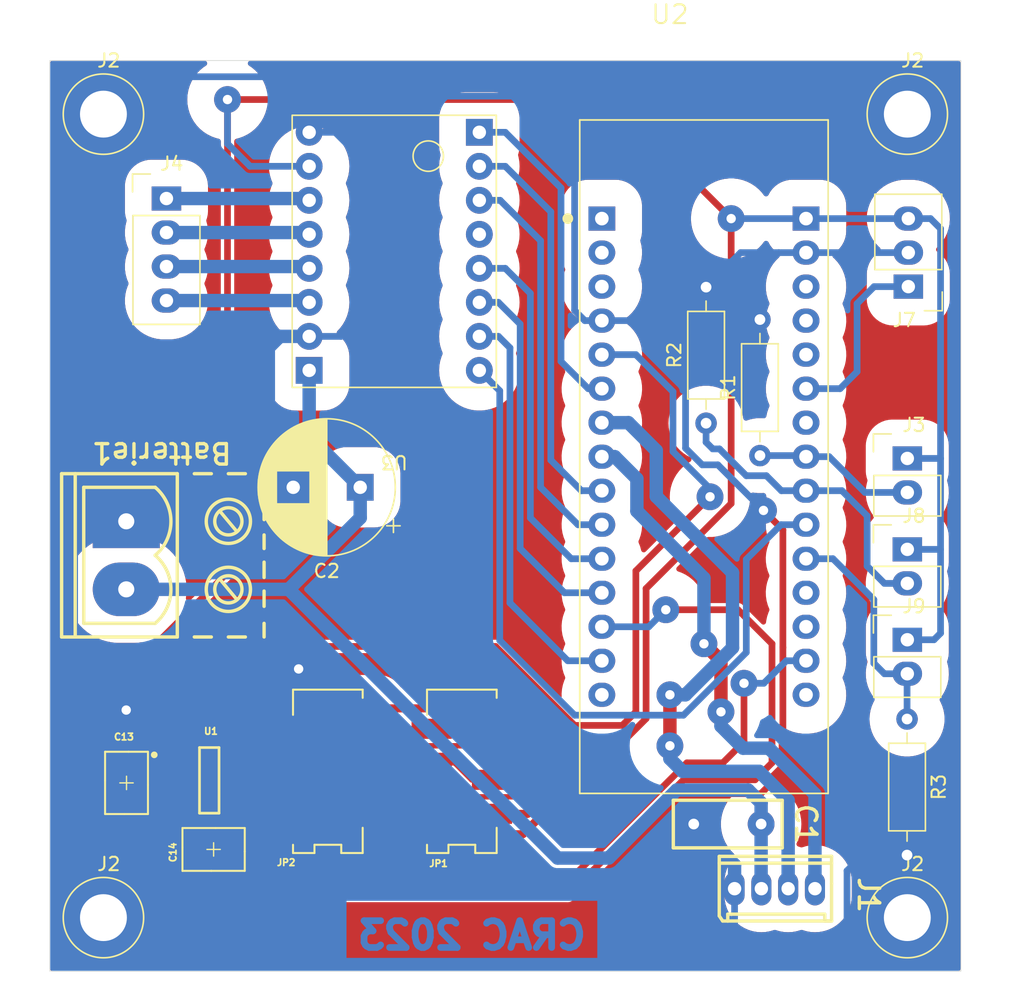
<source format=kicad_pcb>
(kicad_pcb (version 20221018) (generator pcbnew)
  (layers (0 "F.Cu" signal "Top Layer") (31 "B.Cu" signal "Bottom Layer") (34 "B.Paste" user "Bottom Paste") (35 "F.Paste" user "Top Paste") (36 "B.SilkS" user "Bottom Overlay") (37 "F.SilkS" user "Top Overlay") (38 "B.Mask" user "Bottom Solder") (39 "F.Mask" user "Top Solder") (44 "Edge.Cuts" user))
  (net 0 "")
  (net 1 "/Rx1")
  (net 2 "/Tx1")
  (net 3 "VCC")
  (net 4 "GND")
  (net 5 "+5")
  (net 6 "+3.3")
  (net 7 "/OUTA2")
  (net 8 "/OUTB1")
  (net 9 "/OUTA1")
  (net 10 "/OUTB2")
  (net 11 "/CAN_L")
  (net 12 "/CAN_H")
  (net 13 "/EN")
  (net 14 "/nSTBY")
  (net 15 "/M0")
  (net 16 "/M1")
  (net 17 "/M2")
  (net 18 "/STEP")
  (net 19 "/DIR")
  (net 20 "/TX_Can")
  (net 21 "/RX_Can")
  (net 23 "/PA5")
  (net 30 "/PA7")
  (net 31 "/PA4")
  (net 32 "/PA1")
  (footprint "micromatch 8P.PcbLib:MM 8 CMS F" (layer "F.Cu") (at 138.9811 128.923599 -90)
    (fp_text reference "JP1" (at 2.729992 0.250004 unlocked) (layer "F.SilkS") (effects (font (size 0.5 0.5)) (justify left bottom)))
    (fp_text value "Can_1" hide)
    (pad "1" smd rect (at 0 0 270) (size 1.5 3) (layers "F.Cu" "F.Paste" "F.Mask") (net 5 "+5"))
    (pad "2" smd rect (at -1.27 -4.500001 270) (size 1.5 3) (layers "F.Cu" "F.Paste" "F.Mask") (net 4 "GND"))
    (pad "3" smd rect (at -2.54 0 270) (size 1.5 3) (layers "F.Cu" "F.Paste" "F.Mask") (net 11 "/CAN_L"))
    (pad "4" smd rect (at -3.81 -4.500001 270) (size 1.5 3) (layers "F.Cu" "F.Paste" "F.Mask") (net 12 "/CAN_H"))
    (pad "5" smd rect (at -5.08 0 270) (size 1.5 3) (layers "F.Cu" "F.Paste" "F.Mask") (net 12 "/CAN_H"))
    (pad "6" smd rect (at -6.35 -4.500001 270) (size 1.5 3) (layers "F.Cu" "F.Paste" "F.Mask") (net 11 "/CAN_L"))
    (pad "7" smd rect (at -7.62 0 270) (size 1.499997 3) (layers "F.Cu" "F.Paste" "F.Mask") (net 4 "GND"))
    (pad "8" smd rect (at -8.89 -4.500001 270) (size 1.499997 3) (layers "F.Cu" "F.Paste" "F.Mask") (net 5 "+5"))
  )
  (footprint "FootprintCRAC:MODULE_NUCLEO-F303K8" (layer "F.Cu") (at 159.3011 100.983599)
    (fp_text reference "U2" (at -2.54 -33.02) (layer "F.SilkS") (effects (font (size 1.402378 1.402378))))
    (fp_text value "NUCLEO-F303K8")
    (pad "3_1" thru_hole rect locked (at -7.62 -17.78) (size 2 1.8) (drill 1.02) (layers "*.Cu" "*.Mask"))
    (pad "3_2" thru_hole oval locked (at -7.62 -15.24) (size 2 1.8) (drill 1.02) (layers "*.Cu" "*.Mask"))
    (pad "3_3" thru_hole oval locked (at -7.62 -12.7) (size 2 1.8) (drill 1.02) (layers "*.Cu" "*.Mask"))
    (pad "3_4" thru_hole oval locked (at -7.62 -10.16) (size 2 1.8) (drill 1.02) (layers "*.Cu" "*.Mask") (net 4 "GND"))
    (pad "3_5" thru_hole oval locked (at -7.62 -7.62) (size 2 1.8) (drill 1.02) (layers "*.Cu" "*.Mask") (net 20 "/TX_Can"))
    (pad "3_6" thru_hole oval locked (at -7.62 -5.08) (size 2 1.8) (drill 1.02) (layers "*.Cu" "*.Mask") (net 19 "/DIR"))
    (pad "3_7" thru_hole oval locked (at -7.62 -2.54) (size 2 1.8) (drill 1.02) (layers "*.Cu" "*.Mask") (net 1 "/Rx1"))
    (pad "3_8" thru_hole oval locked (at -7.62 0) (size 2 1.8) (drill 1.02) (layers "*.Cu" "*.Mask") (net 2 "/Tx1"))
    (pad "3_9" thru_hole oval locked (at -7.62 2.54) (size 2 1.8) (drill 1.02) (layers "*.Cu" "*.Mask") (net 18 "/STEP"))
    (pad "3_10" thru_hole oval locked (at -7.62 5.08) (size 2 1.8) (drill 1.02) (layers "*.Cu" "*.Mask") (net 14 "/nSTBY"))
    (pad "3_11" thru_hole oval locked (at -7.62 7.62) (size 2 1.8) (drill 1.02) (layers "*.Cu" "*.Mask") (net 17 "/M2"))
    (pad "3_12" thru_hole oval locked (at -7.62 10.16) (size 2 1.8) (drill 1.02) (layers "*.Cu" "*.Mask") (net 16 "/M1"))
    (pad "3_13" thru_hole oval locked (at -7.62 12.7) (size 2 1.8) (drill 1.02) (layers "*.Cu" "*.Mask") (net 21 "/RX_Can"))
    (pad "3_14" thru_hole oval locked (at -7.62 15.24) (size 2 1.8) (drill 1.02) (layers "*.Cu" "*.Mask") (net 15 "/M0"))
    (pad "3_15" thru_hole oval locked (at -7.62 17.78) (size 2 1.8) (drill 1.02) (layers "*.Cu" "*.Mask"))
    (pad "4_1" thru_hole rect locked (at 7.62 -17.78) (size 2 1.8) (drill 1.02) (layers "*.Cu" "*.Mask") (net 5 "+5"))
    (pad "4_2" thru_hole oval locked (at 7.62 -15.24) (size 2 1.8) (drill 1.02) (layers "*.Cu" "*.Mask") (net 4 "GND"))
    (pad "4_3" thru_hole oval locked (at 7.62 -12.7) (size 2 1.8) (drill 1.02) (layers "*.Cu" "*.Mask"))
    (pad "4_4" thru_hole oval locked (at 7.62 -10.16) (size 2 1.8) (drill 1.02) (layers "*.Cu" "*.Mask"))
    (pad "4_5" thru_hole oval locked (at 7.62 -7.62) (size 2 1.8) (drill 1.02) (layers "*.Cu" "*.Mask"))
    (pad "4_6" thru_hole oval locked (at 7.62 -5.08) (size 2 1.8) (drill 1.02) (layers "*.Cu" "*.Mask") (net 30 "/PA7"))
    (pad "4_7" thru_hole oval locked (at 7.62 -2.54) (size 2 1.8) (drill 1.02) (layers "*.Cu" "*.Mask"))
    (pad "4_8" thru_hole oval locked (at 7.62 0) (size 2 1.8) (drill 1.02) (layers "*.Cu" "*.Mask") (net 23 "/PA5"))
    (pad "4_9" thru_hole oval locked (at 7.62 2.54) (size 2 1.8) (drill 1.02) (layers "*.Cu" "*.Mask") (net 31 "/PA4"))
    (pad "4_10" thru_hole oval locked (at 7.62 5.08) (size 2 1.8) (drill 1.02) (layers "*.Cu" "*.Mask") (net 13 "/EN"))
    (pad "4_11" thru_hole oval locked (at 7.62 7.62) (size 2 1.8) (drill 1.02) (layers "*.Cu" "*.Mask") (net 32 "/PA1"))
    (pad "4_12" thru_hole oval locked (at 7.62 10.16) (size 2 1.8) (drill 1.02) (layers "*.Cu" "*.Mask"))
    (pad "4_13" thru_hole oval locked (at 7.62 12.7) (size 2 1.8) (drill 1.02) (layers "*.Cu" "*.Mask"))
    (pad "4_14" thru_hole oval locked (at 7.62 15.24) (size 2 1.8) (drill 1.02) (layers "*.Cu" "*.Mask") (net 6 "+3.3"))
    (pad "4_15" thru_hole oval locked (at 7.62 17.78) (size 2 1.8) (drill 1.02) (layers "*.Cu" "*.Mask"))
  )
  (footprint "Gamel_Trophy_v4re1.IntLib:CAPA_2" (layer "F.Cu") (at 158.5391 128.415599)
    (fp_text reference "C1" (at 7.480299 -1.6637 -90 unlocked) (layer "F.SilkS") (effects (font (size 1.524 1.524) (thickness 0.254)) (justify left bottom)))
    (fp_text value "Cap" hide)
    (pad "1" thru_hole circle (at 0 0) (size 2 2) (drill 0.8) (layers "*.Cu" "*.Mask") (net 4 "GND"))
    (pad "2" thru_hole circle (at 5.029199 0) (size 2 2) (drill 0.8) (layers "*.Cu" "*.Mask") (net 3 "VCC"))
  )
  (footprint "FootprintGamelGe2_v6:Autocom2" (layer "F.Cu") (at 174.4811 101.113599)
    (fp_text reference "J3" (at 0.5 -2.5) (layer "F.SilkS"))
    (fp_text value "Contact_gateau")
    (pad "1" thru_hole rect (at 0 0) (size 2.2 1.8) (drill 1) (layers "*.Cu" "*.Mask") (net 5 "+5"))
    (pad "2" thru_hole oval (at 0 2.54) (size 2.2 1.8) (drill 1) (layers "*.Cu" "*.Mask") (net 23 "/PA5"))
  )
  (footprint "FootprintGamelGe2_v6:R_Axial_DIN0207_L6.3mm_D2.5mm_P10.16mm_Horizontal" (layer "F.Cu") (at 163.4811 100.903599 90)
    (fp_text reference "R1" (at 5.08 -2.37 90) (layer "F.SilkS"))
    (fp_text value "10k")
    (pad "1" thru_hole circle (at 0 0 90) (size 1.6 1.6) (drill 0.8) (layers "*.Cu" "*.Mask") (net 23 "/PA5"))
    (pad "2" thru_hole oval (at 10.16 0 90) (size 1.6 1.6) (drill 0.8) (layers "*.Cu" "*.Mask") (net 4 "GND"))
  )
  (footprint "Gamel_Trophy_v4re1.IntLib:1210-C" (layer "F.Cu") (at 116.203898 123.843599 -90)
    (fp_text reference "C13" (at -1.643006 1 unlocked) (layer "F.SilkS") (effects (font (size 0.5 0.5)) (justify left bottom)))
    (fp_text value "100nF" hide)
    (pad "1" smd rect (at 0 0 270) (size 1.15 2.7) (layers "F.Cu" "F.Paste" "F.Mask") (net 4 "GND"))
    (pad "2" smd rect (at 2.999997 0 270) (size 1.15 2.7) (layers "F.Cu" "F.Paste" "F.Mask") (net 5 "+5"))
  )
  (footprint "FootprintGamelGe2_v6:Mounting_Screw_3mm" (layer "F.Cu") (at 114.4811 75.403599)
    (fp_text reference "J2" (at 0.4 -4) (layer "F.SilkS"))
    (fp_text value "Mounting_Screw_3mm")
    (pad "2" thru_hole circle (at 0 0) (size 5.5 5.5) (drill 3.5) (layers "*.Cu" "*.Mask") (net 4 "GND"))
  )
  (footprint "FootprintGamelGe2_v6:Autocom3" (layer "F.Cu") (at 174.5561 88.283599 180)
    (fp_text reference "J7" (at 0.3 -2.5) (layer "F.SilkS"))
    (fp_text value "PoseCerise")
    (pad "1" thru_hole rect (at 0 0 180) (size 2.2 1.8) (drill 1) (layers "*.Cu" "*.Mask") (net 30 "/PA7"))
    (pad "2" thru_hole oval (at 0 2.54 180) (size 2.2 1.8) (drill 1) (layers "*.Cu" "*.Mask") (net 4 "GND"))
    (pad "3" thru_hole oval (at 0 5.08 180) (size 2.2 1.8) (drill 1) (layers "*.Cu" "*.Mask") (net 5 "+5"))
  )
  (footprint "C:_ProgramData_Altium_Altium Designer {91CCA5E7-F8A9-4A8E-AA86-1D88F44FA42C}_VaultsFileCache_B7D15EC3-160A-466F-A46C-7801FE6295A7_FB88017A-93AF-48E0-A4ED-AC0901C9B691_Released_FP-C04-057-SN-IPC_A.PcbLib_FP-C04-057-SN-IPC_A" (layer "F.Cu") (at 122.379696 125.153391)
    (fp_text reference "U1" (at -0.4572 -3.3782 unlocked) (layer "F.SilkS") (effects (font (size 0.5 0.5)) (justify left bottom)))
    (fp_text value "MCP2562FDT-E/SN" hide)
    (pad "1" smd rect (at -2.417532 -1.905) (size 2.377069 0.622132) (layers "F.Cu" "F.Paste" "F.Mask") (net 20 "/TX_Can"))
    (pad "2" smd roundrect (at -2.417532 -0.635) (size 2.377069 0.622132) (layers "F.Cu" "F.Paste" "F.Mask") (roundrect_rratio 0.5) (net 4 "GND"))
    (pad "3" smd roundrect (at -2.417532 0.635) (size 2.377069 0.622132) (layers "F.Cu" "F.Paste" "F.Mask") (roundrect_rratio 0.5) (net 5 "+5"))
    (pad "4" smd roundrect (at -2.417532 1.905) (size 2.377069 0.622132) (layers "F.Cu" "F.Paste" "F.Mask") (roundrect_rratio 0.5) (net 21 "/RX_Can"))
    (pad "5" smd roundrect (at 2.417531 1.905) (size 2.377069 0.622132) (layers "F.Cu" "F.Paste" "F.Mask") (roundrect_rratio 0.5) (net 6 "+3.3"))
    (pad "6" smd roundrect (at 2.417531 0.635) (size 2.377069 0.622132) (layers "F.Cu" "F.Paste" "F.Mask") (roundrect_rratio 0.5) (net 11 "/CAN_L"))
    (pad "7" smd roundrect (at 2.417531 -0.635) (size 2.377069 0.622132) (layers "F.Cu" "F.Paste" "F.Mask") (roundrect_rratio 0.5) (net 12 "/CAN_H"))
    (pad "8" smd roundrect (at 2.417531 -1.905) (size 2.377069 0.622132) (layers "F.Cu" "F.Paste" "F.Mask") (roundrect_rratio 0.5) (net 4 "GND"))
  )
  (footprint "FootprintGamelGe2_v6:Autocom4" (layer "F.Cu") (at 119.1841 81.704599)
    (fp_text reference "J4" (at 0.4 -2.6) (layer "F.SilkS"))
    (fp_text value "Moteur")
    (pad "1" thru_hole rect (at 0 0) (size 2.2 1.8) (drill 1) (layers "*.Cu" "*.Mask") (net 9 "/OUTA1"))
    (pad "2" thru_hole oval (at 0 2.54) (size 2.2 1.8) (drill 1) (layers "*.Cu" "*.Mask") (net 7 "/OUTA2"))
    (pad "3" thru_hole oval (at 0 5.08) (size 2.2 1.8) (drill 1) (layers "*.Cu" "*.Mask") (net 10 "/OUTB2"))
    (pad "4" thru_hole oval (at 0 7.62) (size 2.2 1.8) (drill 1) (layers "*.Cu" "*.Mask") (net 8 "/OUTB1"))
  )
  (footprint "Gamel_Trophy_v4re1.IntLib:ENTRELEC 2 PTS" (layer "F.Cu") (at 116.1846 105.809599 -90)
    (fp_text reference "Batterie1" (at -6.000002 -8 -180 unlocked) (layer "F.SilkS") (effects (font (size 1.524 1.524) (thickness 0.254)) (justify left bottom)))
    (fp_text value "Connecteur alim 2 pts" hide)
    (pad "1" thru_hole rect (at 0 0 270) (size 4 5) (drill 1.2) (layers "*.Cu" "*.Mask") (net 4 "GND"))
    (pad "2" thru_hole oval (at 5.08 0 270) (size 4 5) (drill 1.2) (layers "*.Cu" "*.Mask") (net 3 "VCC"))
  )
  (footprint "FootprintGamelGe2_v6:R_Axial_DIN0207_L6.3mm_D2.5mm_P10.16mm_Horizontal" (layer "F.Cu") (at 174.4611 120.573599 -90)
    (fp_text reference "R3" (at 5.08 -2.37 90) (layer "F.SilkS"))
    (fp_text value "10k")
    (pad "1" thru_hole circle (at 0 0 270) (size 1.6 1.6) (drill 0.8) (layers "*.Cu" "*.Mask") (net 32 "/PA1"))
    (pad "2" thru_hole oval (at 10.16 0 270) (size 1.6 1.6) (drill 0.8) (layers "*.Cu" "*.Mask") (net 4 "GND"))
  )
  (footprint "micromatch 8P.PcbLib:MM 8 CMS F" (layer "F.Cu") (at 128.9811 128.923599 -90)
    (fp_text reference "JP2" (at 2.655992 1.623004 unlocked) (layer "F.SilkS") (effects (font (size 0.5 0.5)) (justify left bottom)))
    (fp_text value "Can_2" hide)
    (pad "1" smd rect (at 0 0 270) (size 1.5 3) (layers "F.Cu" "F.Paste" "F.Mask") (net 5 "+5"))
    (pad "2" smd rect (at -1.27 -4.500001 270) (size 1.5 3) (layers "F.Cu" "F.Paste" "F.Mask") (net 4 "GND"))
    (pad "3" smd rect (at -2.54 0 270) (size 1.5 3) (layers "F.Cu" "F.Paste" "F.Mask") (net 11 "/CAN_L"))
    (pad "4" smd rect (at -3.81 -4.500001 270) (size 1.5 3) (layers "F.Cu" "F.Paste" "F.Mask") (net 12 "/CAN_H"))
    (pad "5" smd rect (at -5.08 0 270) (size 1.5 3) (layers "F.Cu" "F.Paste" "F.Mask") (net 12 "/CAN_H"))
    (pad "6" smd rect (at -6.35 -4.500001 270) (size 1.5 3) (layers "F.Cu" "F.Paste" "F.Mask") (net 11 "/CAN_L"))
    (pad "7" smd rect (at -7.62 0 270) (size 1.499997 3) (layers "F.Cu" "F.Paste" "F.Mask") (net 4 "GND"))
    (pad "8" smd rect (at -8.89 -4.500001 270) (size 1.499997 3) (layers "F.Cu" "F.Paste" "F.Mask") (net 5 "+5"))
  )
  (footprint "FootprintGamelGe2_v6:Autocom2" (layer "F.Cu") (at 174.4811 107.903599)
    (fp_text reference "J8" (at 0.5 -2.5) (layer "F.SilkS"))
    (fp_text value "fdc_ascenseur")
    (pad "1" thru_hole rect (at 0 0) (size 2.2 1.8) (drill 1) (layers "*.Cu" "*.Mask") (net 5 "+5"))
    (pad "2" thru_hole oval (at 0 2.54) (size 2.2 1.8) (drill 1) (layers "*.Cu" "*.Mask") (net 31 "/PA4"))
  )
  (footprint "FootprintGamelGe2_v6:Autocom2" (layer "F.Cu") (at 174.4811 114.653599)
    (fp_text reference "J9" (at 0.5 -2.5) (layer "F.SilkS"))
    (fp_text value "Au cas où")
    (pad "1" thru_hole rect (at 0 0) (size 2.2 1.8) (drill 1) (layers "*.Cu" "*.Mask") (net 5 "+5"))
    (pad "2" thru_hole oval (at 0 2.54) (size 2.2 1.8) (drill 1) (layers "*.Cu" "*.Mask") (net 32 "/PA1"))
  )
  (footprint "FootprintGamelGe2_v6:CP_Radial_D10.0mm_P5.00mm" (layer "F.Cu") (at 133.6471 103.269599 180)
    (fp_text reference "C2" (at 2.5 -6.25) (layer "F.SilkS"))
    (fp_text value "100u")
    (pad "1" thru_hole rect (at 0 0 180) (size 2 2) (drill 1) (layers "*.Cu" "*.Mask") (net 3 "VCC"))
    (pad "2" thru_hole circle (at 5 0 180) (size 2 2) (drill 1) (layers "*.Cu" "*.Mask") (net 4 "GND"))
  )
  (footprint "Gamel_Trophy_v4re1.IntLib:AUTOCOM4" (layer "F.Cu") (at 161.5871 133.241599 180)
    (fp_text reference "J1" (at -9.112202 1 270 unlocked) (layer "F.SilkS") (effects (font (size 1.524 1.524) (thickness 0.254)) (justify left bottom)))
    (fp_text value "Herkulex1" hide)
    (pad "1" thru_hole oval (at 0 0 180) (size 1.5 2.5) (drill 1) (layers "*.Cu" "*.Mask") (net 4 "GND"))
    (pad "2" thru_hole oval (at -2.000002 0 180) (size 1.5 2.5) (drill 1) (layers "*.Cu" "*.Mask") (net 3 "VCC"))
    (pad "3" thru_hole oval (at -4 0 180) (size 1.5 2.5) (drill 1) (layers "*.Cu" "*.Mask") (net 1 "/Rx1"))
    (pad "4" thru_hole oval (at -6.000002 0 180) (size 1.5 2.5) (drill 1) (layers "*.Cu" "*.Mask") (net 2 "/Tx1"))
  )
  (footprint "FootprintGamelGe2_v6:R_Axial_DIN0207_L6.3mm_D2.5mm_P10.16mm_Horizontal" (layer "F.Cu") (at 159.4611 98.483599 90)
    (fp_text reference "R2" (at 5.08 -2.37 90) (layer "F.SilkS"))
    (fp_text value "10k")
    (pad "1" thru_hole circle (at 0 0 90) (size 1.6 1.6) (drill 0.8) (layers "*.Cu" "*.Mask") (net 31 "/PA4"))
    (pad "2" thru_hole oval (at 10.16 0 90) (size 1.6 1.6) (drill 0.8) (layers "*.Cu" "*.Mask") (net 4 "GND"))
  )
  (footprint "FootprintGamelGe2_v6:Mounting_Screw_3mm" (layer "F.Cu") (at 174.4811 135.403599)
    (fp_text reference "J2" (at 0.4 -4) (layer "F.SilkS"))
    (fp_text value "Mounting_Screw_3mm")
    (pad "4" thru_hole circle (at 0 0) (size 5.5 5.5) (drill 3.5) (layers "*.Cu" "*.Mask") (net 4 "GND"))
  )
  (footprint "FootprintGamelGe2_v6:Mounting_Screw_3mm" (layer "F.Cu") (at 114.4811 135.403599)
    (fp_text reference "J2" (at 0.4 -4) (layer "F.SilkS"))
    (fp_text value "Mounting_Screw_3mm")
    (pad "3" thru_hole circle (at 0 0) (size 5.5 5.5) (drill 3.5) (layers "*.Cu" "*.Mask") (net 4 "GND"))
  )
  (footprint "Gamel_Trophy_v4re1.IntLib:1210-C" (layer "F.Cu") (at 121.203902 130.311392)
    (fp_text reference "C14" (at -1.241738 1.029199 90 unlocked) (layer "F.SilkS") (effects (font (size 0.5 0.5)) (justify left bottom)))
    (fp_text value "100nF" hide)
    (pad "1" smd rect (at 0 0) (size 1.15 2.7) (layers "F.Cu" "F.Paste" "F.Mask") (net 4 "GND"))
    (pad "2" smd rect (at 2.999996 0) (size 1.15 2.7) (layers "F.Cu" "F.Paste" "F.Mask") (net 6 "+3.3"))
  )
  (footprint "FootprintGamelGe2_v6:Mounting_Screw_3mm" (layer "F.Cu") (at 174.4811 75.403599)
    (fp_text reference "J2" (at 0.4 -4) (layer "F.SilkS"))
    (fp_text value "Mounting_Screw_3mm")
    (pad "1" thru_hole circle (at 0 0) (size 5.5 5.5) (drill 3.5) (layers "*.Cu" "*.Mask") (net 4 "GND"))
  )
  (footprint "FootprintCRAC:EVALSP820-XS" (layer "F.Cu") (at 136.1871 100.888599 180)
    (fp_text reference "U3" (at 0 -0.5 180 unlocked) (layer "F.SilkS"))
    (fp_text value "EVALSP820-XS")
    (pad "1" thru_hole rect (at -6.35 24.13 180) (size 2 2) (drill 1) (layers "*.Cu" "*.Mask") (net 19 "/DIR"))
    (pad "2" thru_hole circle (at -6.35 21.59 180) (size 2 2) (drill 1) (layers "*.Cu" "*.Mask") (net 18 "/STEP"))
    (pad "3" thru_hole circle (at -6.35 19.05 180) (size 2 2) (drill 1) (layers "*.Cu" "*.Mask") (net 14 "/nSTBY"))
    (pad "4" thru_hole circle (at -6.35 16.51 180) (size 2 2) (drill 1) (layers "*.Cu" "*.Mask"))
    (pad "5" thru_hole circle (at -6.35 13.97 180) (size 2 2) (drill 1) (layers "*.Cu" "*.Mask") (net 17 "/M2"))
    (pad "6" thru_hole circle (at -6.35 11.43 180) (size 2 2) (drill 1) (layers "*.Cu" "*.Mask") (net 16 "/M1"))
    (pad "7" thru_hole circle (at -6.35 8.89 180) (size 2 2) (drill 1) (layers "*.Cu" "*.Mask") (net 15 "/M0"))
    (pad "8" thru_hole circle (at -6.35 6.35 180) (size 2 2) (drill 1) (layers "*.Cu" "*.Mask") (net 13 "/EN"))
    (pad "9" thru_hole rect (at 6.35 6.35 180) (size 2 2) (drill 1) (layers "*.Cu" "*.Mask") (net 3 "VCC"))
    (pad "10" thru_hole circle (at 6.35 8.89 180) (size 2 2) (drill 1) (layers "*.Cu" "*.Mask") (net 4 "GND"))
    (pad "11" thru_hole circle (at 6.35 11.43 180) (size 2 2) (drill 1) (layers "*.Cu" "*.Mask") (net 8 "/OUTB1"))
    (pad "12" thru_hole circle (at 6.35 13.97 180) (size 2 2) (drill 1) (layers "*.Cu" "*.Mask") (net 10 "/OUTB2"))
    (pad "13" thru_hole circle (at 6.35 16.51 180) (size 2 2) (drill 1) (layers "*.Cu" "*.Mask") (net 7 "/OUTA2"))
    (pad "14" thru_hole circle (at 6.35 19.05 180) (size 2 2) (drill 1) (layers "*.Cu" "*.Mask") (net 9 "/OUTA1"))
    (pad "15" thru_hole circle (at 6.35 21.59 180) (size 2 2) (drill 1) (layers "*.Cu" "*.Mask") (net 5 "+5"))
    (pad "16" thru_hole circle (at 6.35 24.13 180) (size 2 2) (drill 1) (layers "*.Cu" "*.Mask") (net 4 "GND"))
  )
  (gr_rect (start 110.4811 71.403599) (end 178.4811 139.403599) (stroke (width 0.05)) (fill none) (layer "Edge.Cuts"))
  (gr_text "CRAC 2023" (at 141.9811 137.903599) (layer "B.Cu") (effects (font (size 2 2) (thickness 0.5)) (justify bottom mirror)))
  (segment (start 156.7611 122.573599) (end 156.7611 118.763599) (width 1) (layer "F.Cu") (net 1))
  (via (at 156.7611 118.763599) (size 2) (drill 0.7) (layers "F.Cu" "B.Cu") (net 1))
  (via (at 156.7611 122.573599) (size 2) (drill 0.7) (layers "F.Cu" "B.Cu") (net 1))
  (segment (start 156.7611 118.763599) (end 157.923548 118.763599) (width 1) (layer "B.Cu") (net 1))
  (segment (start 157.7009 124.478599) (end 156.7611 123.538799) (width 1) (layer "B.Cu") (net 1))
  (segment (start 161.4347 109.644999) (end 155.7451 103.955399) (width 1) (layer "B.Cu") (net 1))
  (segment (start 165.5871 133.241599) (end 165.5871 126.649799) (width 1) (layer "B.Cu") (net 1))
  (segment (start 163.4159 124.478599) (end 157.7009 124.478599) (width 1) (layer "B.Cu") (net 1))
  (segment (start 155.7451 103.955399) (end 155.7451 100.526399) (width 1) (layer "B.Cu") (net 1))
  (segment (start 165.5871 126.649799) (end 163.4159 124.478599) (width 1) (layer "B.Cu") (net 1))
  (segment (start 157.923548 118.763599) (end 161.4347 115.252447) (width 1) (layer "B.Cu") (net 1))
  (segment (start 155.7451 100.526399) (end 153.6623 98.443599) (width 1) (layer "B.Cu") (net 1))
  (segment (start 153.6623 98.443599) (end 151.6811 98.443599) (width 1) (layer "B.Cu") (net 1))
  (segment (start 161.4347 115.252447) (end 161.4347 109.644999) (width 1) (layer "B.Cu") (net 1))
  (segment (start 156.7611 123.538799) (end 156.7611 122.573599) (width 1) (layer "B.Cu") (net 1))
  (segment (start 160.5711 116.223599) (end 159.3011 114.953599) (width 1) (layer "F.Cu") (net 2))
  (segment (start 160.5711 120.033599) (end 160.5711 116.223599) (width 1) (layer "F.Cu") (net 2))
  (via (at 160.5711 120.033599) (size 2) (drill 0.7) (layers "F.Cu" "B.Cu") (net 2))
  (via (at 159.3011 114.953599) (size 2) (drill 0.7) (layers "F.Cu" "B.Cu") (net 2))
  (segment (start 154.2973 102.634599) (end 152.6463 100.983599) (width 1) (layer "B.Cu") (net 2))
  (segment (start 162.2221 122.751399) (end 160.5711 121.100399) (width 1) (layer "B.Cu") (net 2))
  (segment (start 160.5711 121.100399) (end 160.5711 120.033599) (width 1) (layer "B.Cu") (net 2))
  (segment (start 164.1525 122.751399) (end 162.2221 122.751399) (width 1) (layer "B.Cu") (net 2))
  (segment (start 167.587102 126.186001) (end 164.1525 122.751399) (width 1) (layer "B.Cu") (net 2))
  (segment (start 154.2973 105.047599) (end 154.2973 102.634599) (width 1) (layer "B.Cu") (net 2))
  (segment (start 159.3011 110.051399) (end 154.2973 105.047599) (width 1) (layer "B.Cu") (net 2))
  (segment (start 167.587102 133.241599) (end 167.587102 126.186001) (width 1) (layer "B.Cu") (net 2))
  (segment (start 152.6463 100.983599) (end 151.6811 100.983599) (width 1) (layer "B.Cu") (net 2))
  (segment (start 159.3011 114.953599) (end 159.3011 110.051399) (width 1) (layer "B.Cu") (net 2))
  (segment (start 148.3791 130.955599) (end 128.3131 110.889599) (width 1) (layer "B.Cu") (net 3))
  (segment (start 129.8371 94.538599) (end 129.8371 99.459599) (width 1) (layer "B.Cu") (net 3))
  (segment (start 129.8371 99.459599) (end 133.6471 103.269599) (width 1) (layer "B.Cu") (net 3))
  (segment (start 163.568299 128.415599) (end 163.568299 126.840798) (width 1) (layer "B.Cu") (net 3))
  (segment (start 163.568299 128.415599) (end 163.568299 133.222796) (width 1) (layer "B.Cu") (net 3))
  (segment (start 152.1891 130.955599) (end 148.3791 130.955599) (width 1) (layer "B.Cu") (net 3))
  (segment (start 157.2691 125.875599) (end 152.1891 130.955599) (width 1) (layer "B.Cu") (net 3))
  (segment (start 163.568299 126.840798) (end 162.6031 125.875599) (width 1) (layer "B.Cu") (net 3))
  (segment (start 162.6031 125.875599) (end 157.2691 125.875599) (width 1) (layer "B.Cu") (net 3))
  (segment (start 133.6471 105.555599) (end 128.3131 110.889599) (width 1) (layer "B.Cu") (net 3))
  (segment (start 128.3131 110.889599) (end 116.1846 110.889599) (width 1) (layer "B.Cu") (net 3))
  (segment (start 133.6471 103.269599) (end 133.6471 105.555599) (width 1) (layer "B.Cu") (net 3))
  (segment (start 163.568299 133.222796) (end 163.587102 133.241599) (width 1) (layer "B.Cu") (net 3))
  (segment (start 128.9811 121.303599) (end 138.9811 121.303599) (width 0.4) (layer "F.Cu") (net 4))
  (segment (start 123.2839 121.303599) (end 124.797227 121.303599) (width 0.6) (layer "F.Cu") (net 4))
  (segment (start 165.1939 122.217999) (end 165.1939 124.503999) (width 0.5) (layer "F.Cu") (net 4))
  (segment (start 122.293097 124.340591) (end 122.293097 122.294402) (width 0.6) (layer "F.Cu") (net 4))
  (segment (start 121.203902 130.311392) (end 121.203902 128.71139) (width 0.6) (layer "F.Cu") (net 4))
  (segment (start 124.797227 123.248391) (end 124.797227 121.303599) (width 0.6) (layer "F.Cu") (net 4))
  (segment (start 128.9811 121.303599) (end 128.9811 116.901799) (width 0.4) (layer "F.Cu") (net 4))
  (segment (start 162.2221 126.154999) (end 158.9455 126.154999) (width 0.5) (layer "F.Cu") (net 4))
  (segment (start 165.1939 124.503999) (end 164.5589 125.138999) (width 0.5) (layer "F.Cu") (net 4))
  (segment (start 128.9811 116.901799) (end 129.0497 116.833199) (width 0.4) (layer "F.Cu") (net 4))
  (segment (start 122.293097 127.622195) (end 122.293097 124.340591) (width 0.6) (layer "F.Cu") (net 4))
  (segment (start 165.1939 106.444599) (end 165.1939 115.232999) (width 0.5) (layer "F.Cu") (net 4))
  (segment (start 122.293097 122.294402) (end 123.2839 121.303599) (width 0.6) (layer "F.Cu") (net 4))
  (segment (start 146.143087 127.653599) (end 147.093896 126.702791) (width 0.6) (layer "F.Cu") (net 4))
  (segment (start 138.9811 121.303599) (end 146.622304 121.303599) (width 0.4) (layer "F.Cu") (net 4))
  (segment (start 119.962164 124.518391) (end 122.115297 124.518391) (width 0.6) (layer "F.Cu") (net 4))
  (segment (start 116.1811 123.820801) (end 116.203898 123.843599) (width 1) (layer "F.Cu") (net 4))
  (segment (start 124.797227 121.303599) (end 128.9811 121.303599) (width 0.6) (layer "F.Cu") (net 4))
  (segment (start 163.5429 126.154999) (end 162.2221 126.154999) (width 0.5) (layer "F.Cu") (net 4))
  (segment (start 147.093896 126.702791) (end 147.093896 121.775191) (width 0.6) (layer "F.Cu") (net 4))
  (segment (start 163.7461 104.996799) (end 165.1939 106.444599) (width 0.5) (layer "F.Cu") (net 4))
  (segment (start 165.1939 115.232999) (end 165.1939 122.217999) (width 0.5) (layer "F.Cu") (net 4))
  (segment (start 121.203902 128.71139) (end 122.293097 127.622195) (width 0.6) (layer "F.Cu") (net 4))
  (segment (start 143.481101 127.653599) (end 146.143087 127.653599) (width 0.6) (layer "F.Cu") (net 4))
  (segment (start 122.115297 124.518391) (end 122.293097 124.340591) (width 0.6) (layer "F.Cu") (net 4))
  (segment (start 116.1811 119.903599) (end 116.1811 123.820801) (width 1) (layer "F.Cu") (net 4))
  (segment (start 158.5391 126.561399) (end 158.5391 128.415599) (width 0.5) (layer "F.Cu") (net 4))
  (segment (start 164.5589 125.138999) (end 163.5429 126.154999) (width 0.5) (layer "F.Cu") (net 4))
  (segment (start 136.181096 127.653599) (end 143.481101 127.653599) (width 0.4) (layer "F.Cu") (net 4))
  (segment (start 146.622304 121.303599) (end 147.093896 121.775191) (width 0.6) (layer "F.Cu") (net 4))
  (segment (start 119.962164 124.518391) (end 116.87869 124.518391) (width 0.6) (layer "F.Cu") (net 4))
  (segment (start 133.481101 127.653599) (end 136.156094 127.653599) (width 0.4) (layer "F.Cu") (net 4))
  (segment (start 116.87869 124.518391) (end 116.203898 123.843599) (width 0.6) (layer "F.Cu") (net 4))
  (segment (start 158.9455 126.154999) (end 158.5391 126.561399) (width 0.5) (layer "F.Cu") (net 4))
  (via (at 129.0497 116.833199) (size 2) (drill 0.7) (layers "F.Cu" "B.Cu") (net 4))
  (via (at 163.7461 104.996799) (size 2) (drill 0.7) (layers "F.Cu" "B.Cu") (net 4))
  (via (at 116.1811 119.903599) (size 2) (drill 0.7) (layers "F.Cu" "B.Cu") (net 4))
  (segment (start 160.3425 101.593199) (end 163.7461 104.996799) (width 0.5) (layer "B.Cu") (net 4))
  (segment (start 164.8891 85.743599) (end 166.9211 85.743599) (width 0.5) (layer "B.Cu") (net 4))
  (segment (start 157.9295 95.293999) (end 157.9295 100.348599) (width 0.5) (layer "B.Cu") (net 4))
  (segment (start 161.5871 133.241599) (end 161.5871 131.463599) (width 1) (layer "B.Cu") (net 4))
  (segment (start 163.4811 87.151599) (end 164.8891 85.743599) (width 0.5) (layer "B.Cu") (net 4))
  (segment (start 129.8371 76.758599) (end 131.7741 76.758599) (width 0.5) (layer "B.Cu") (net 4))
  (segment (start 174.4811 135.403599) (end 173.8625 136.022199) (width 0.5) (layer "B.Cu") (net 4))
  (segment (start 157.9295 100.348599) (end 159.1741 101.593199) (width 0.5) (layer "B.Cu") (net 4))
  (segment (start 112.0811 119.403599) (end 112.0811 107.703599) (width 1) (layer "B.Cu") (net 4))
  (segment (start 132.2181 91.998599) (end 129.8371 91.998599) (width 0.5) (layer "B.Cu") (net 4))
  (segment (start 112.0811 107.703599) (end 113.9751 105.809599) (width 1) (layer "B.Cu") (net 4))
  (segment (start 162.0411 85.743599) (end 164.8891 85.743599) (width 0.5) (layer "B.Cu") (net 4))
  (segment (start 163.4811 90.743599) (end 163.4811 87.151599) (width 0.5) (layer "B.Cu") (net 4))
  (segment (start 157.0659 90.823599) (end 157.0659 94.430399) (width 0.5) (layer "B.Cu") (net 4))
  (segment (start 119.2515 116.833199) (end 116.1811 119.903599) (width 0.4) (layer "B.Cu") (net 4))
  (segment (start 131.0883 72.611799) (end 132.5361 74.059599) (width 0.5) (layer "B.Cu") (net 4))
  (segment (start 151.6811 90.823599) (end 150.4111 90.823599) (width 0.5) (layer "B.Cu") (net 4))
  (segment (start 174.4611 130.733599) (end 171.1511 130.733599) (width 0.5) (layer "B.Cu") (net 4))
  (segment (start 132.5361 74.059599) (end 129.8371 76.758599) (width 0.5) (layer "B.Cu") (net 4))
  (segment (start 112.0811 119.403599) (end 112.2031 119.525599) (width 0.6) (layer "B.Cu") (net 4))
  (segment (start 148.3791 76.091599) (end 146.3471 74.059599) (width 0.5) (layer "B.Cu") (net 4))
  (segment (start 126.7891 92.855599) (end 126.7891 101.411599) (width 1) (layer "B.Cu") (net 4))
  (segment (start 126.7891 101.411599) (end 128.6471 103.269599) (width 1) (layer "B.Cu") (net 4))
  (segment (start 113.9751 105.809599) (end 116.1846 105.809599) (width 1) (layer "B.Cu") (net 4))
  (segment (start 149.6491 77.361599) (end 148.3791 76.091599) (width 0.5) (layer "B.Cu") (net 4))
  (segment (start 127.6461 91.998599) (end 126.7891 92.855599) (width 1) (layer "B.Cu") (net 4))
  (segment (start 149.0671 75.403599) (end 148.3791 76.091599) (width 0.5) (layer "B.Cu") (net 4))
  (segment (start 117.2729 72.611799) (end 131.0883 72.611799) (width 0.5) (layer "B.Cu") (net 4))
  (segment (start 114.4811 75.403599) (end 117.2729 72.611799) (width 0.5) (layer "B.Cu") (net 4))
  (segment (start 169.9811 136.022199) (end 169.9811 136.403599) (width 0.5) (layer "B.Cu") (net 4))
  (segment (start 174.4811 75.403599) (end 149.0671 75.403599) (width 0.5) (layer "B.Cu") (net 4))
  (segment (start 149.6491 90.061599) (end 149.6491 77.361599) (width 0.5) (layer "B.Cu") (net 4))
  (segment (start 116.1846 105.809599) (end 126.1071 105.809599) (width 1) (layer "B.Cu") (net 4))
  (segment (start 121.9631 133.241599) (end 119.8011 135.403599) (width 1) (layer "B.Cu") (net 4))
  (segment (start 146.3471 74.059599) (end 132.5361 74.059599) (width 0.5) (layer "B.Cu") (net 4))
  (segment (start 126.1071 105.809599) (end 128.6471 103.269599) (width 1) (layer "B.Cu") (net 4))
  (segment (start 161.5871 136.009599) (end 161.5871 133.241599) (width 0.5) (layer "B.Cu") (net 4))
  (segment (start 121.9631 133.241599) (end 161.5871 133.241599) (width 1) (layer "B.Cu") (net 4))
  (segment (start 157.0659 90.823599) (end 157.0659 90.718799) (width 0.5) (layer "B.Cu") (net 4))
  (segment (start 169.9811 131.903599) (end 169.9811 136.022199) (width 0.5) (layer "B.Cu") (net 4))
  (segment (start 166.9211 85.743599) (end 174.5561 85.743599) (width 0.5) (layer "B.Cu") (net 4))
  (segment (start 133.6471 90.569599) (end 132.2181 91.998599) (width 0.5) (layer "B.Cu") (net 4))
  (segment (start 169.9811 136.403599) (end 169.4811 136.903599) (width 0.5) (layer "B.Cu") (net 4))
  (segment (start 169.4811 136.903599) (end 162.4811 136.903599) (width 0.5) (layer "B.Cu") (net 4))
  (segment (start 173.8625 136.022199) (end 169.9811 136.022199) (width 0.5) (layer "B.Cu") (net 4))
  (segment (start 112.0811 119.403599) (end 112.0811 120.796999) (width 1) (layer "B.Cu") (net 4))
  (segment (start 151.6811 90.823599) (end 157.0659 90.823599) (width 0.5) (layer "B.Cu") (net 4))
  (segment (start 133.6471 78.631599) (end 133.6471 90.569599) (width 0.5) (layer "B.Cu") (net 4))
  (segment (start 159.1741 101.593199) (end 160.3425 101.593199) (width 0.5) (layer "B.Cu") (net 4))
  (segment (start 157.0659 90.718799) (end 159.4611 88.323599) (width 0.5) (layer "B.Cu") (net 4))
  (segment (start 112.0811 123.359599) (end 121.9631 133.241599) (width 1) (layer "B.Cu") (net 4))
  (segment (start 112.9745 119.903599) (end 112.0811 120.796999) (width 1) (layer "B.Cu") (net 4))
  (segment (start 119.8011 135.403599) (end 114.4811 135.403599) (width 1) (layer "B.Cu") (net 4))
  (segment (start 129.0497 116.833199) (end 119.2515 116.833199) (width 0.4) (layer "B.Cu") (net 4))
  (segment (start 157.0659 94.430399) (end 157.9295 95.293999) (width 0.5) (layer "B.Cu") (net 4))
  (segment (start 116.1811 119.903599) (end 112.9745 119.903599) (width 1) (layer "B.Cu") (net 4))
  (segment (start 150.4111 90.823599) (end 149.6491 90.061599) (width 0.5) (layer "B.Cu") (net 4))
  (segment (start 162.4811 136.903599) (end 161.5871 136.009599) (width 0.5) (layer "B.Cu") (net 4))
  (segment (start 171.1511 130.733599) (end 169.9811 131.903599) (width 0.5) (layer "B.Cu") (net 4))
  (segment (start 159.4611 88.323599) (end 162.0411 85.743599) (width 0.5) (layer "B.Cu") (net 4))
  (segment (start 163.7461 104.209399) (end 163.7461 104.996799) (width 0.5) (layer "B.Cu") (net 4))
  (segment (start 116.203898 119.862397) (end 115.8671 119.525599) (width 0.6) (layer "B.Cu") (net 4))
  (segment (start 131.7741 76.758599) (end 133.6471 78.631599) (width 0.5) (layer "B.Cu") (net 4))
  (segment (start 129.8371 91.998599) (end 127.6461 91.998599) (width 1) (layer "B.Cu") (net 4))
  (segment (start 161.5871 131.463599) (end 158.5391 128.415599) (width 1) (layer "B.Cu") (net 4))
  (segment (start 112.0811 120.796999) (end 112.0811 123.359599) (width 1) (layer "B.Cu") (net 4))
  (segment (start 154.9831 110.827599) (end 154.9831 120.541599) (width 0.5) (layer "F.Cu") (net 5))
  (segment (start 161.3331 104.477599) (end 154.9831 110.827599) (width 0.5) (layer "F.Cu") (net 5))
  (segment (start 146.596904 120.033599) (end 148.262296 121.698991) (width 0.6) (layer "F.Cu") (net 5))
  (segment (start 154.9831 120.541599) (end 151.543904 123.980795) (width 0.5) (layer "F.Cu") (net 5))
  (segment (start 148.262296 123.980795) (end 148.262296 121.698991) (width 0.6) (layer "F.Cu") (net 5))
  (segment (start 113.922501 124.562198) (end 116.203898 126.843596) (width 0.5) (layer "F.Cu") (net 5))
  (segment (start 133.481101 120.033599) (end 133.735101 119.779599) (width 0.6) (layer "F.Cu") (net 5))
  (segment (start 152.4431 74.313599) (end 123.7411 74.313599) (width 0.5) (layer "F.Cu") (net 5))
  (segment (start 117.541402 126.843596) (end 118.596607 125.788391) (width 0.6) (layer "F.Cu") (net 5))
  (segment (start 138.9811 128.923599) (end 139.2351 129.177599) (width 0.6) (layer "F.Cu") (net 5))
  (segment (start 161.3331 83.203599) (end 161.3331 104.477599) (width 0.5) (layer "F.Cu") (net 5))
  (segment (start 161.3331 83.203599) (end 152.4431 74.313599) (width 0.5) (layer "F.Cu") (net 5))
  (segment (start 113.922501 119.462198) (end 113.922501 124.562198) (width 0.5) (layer "F.Cu") (net 5))
  (segment (start 116.203898 126.843596) (end 117.541402 126.843596) (width 0.6) (layer "F.Cu") (net 5))
  (segment (start 123.7411 74.313599) (end 123.7411 109.643599) (width 0.5) (layer "F.Cu") (net 5))
  (segment (start 138.7271 129.177599) (end 138.9811 128.923599) (width 0.6) (layer "F.Cu") (net 5))
  (segment (start 129.2351 129.177599) (end 138.7271 129.177599) (width 0.6) (layer "F.Cu") (net 5))
  (segment (start 145.778743 129.177599) (end 148.262296 126.694046) (width 0.6) (layer "F.Cu") (net 5))
  (segment (start 133.735101 119.779599) (end 143.227101 119.779599) (width 0.6) (layer "F.Cu") (net 5))
  (segment (start 139.2351 129.177599) (end 145.778743 129.177599) (width 0.6) (layer "F.Cu") (net 5))
  (segment (start 151.543904 123.980795) (end 148.262296 123.980795) (width 0.5) (layer "F.Cu") (net 5))
  (segment (start 128.9811 128.923599) (end 129.2351 129.177599) (width 0.6) (layer "F.Cu") (net 5))
  (segment (start 148.262296 126.694046) (end 148.262296 123.980795) (width 0.6) (layer "F.Cu") (net 5))
  (segment (start 143.227101 119.779599) (end 143.481101 120.033599) (width 0.6) (layer "F.Cu") (net 5))
  (segment (start 123.7411 109.643599) (end 113.922501 119.462198) (width 0.5) (layer "F.Cu") (net 5))
  (segment (start 118.596607 125.788391) (end 119.962164 125.788391) (width 0.6) (layer "F.Cu") (net 5))
  (segment (start 143.481101 120.033599) (end 146.596904 120.033599) (width 0.6) (layer "F.Cu") (net 5))
  (via (at 161.3331 83.203599) (size 2) (drill 0.7) (layers "F.Cu" "B.Cu") (net 5))
  (via (at 123.7411 74.313599) (size 2) (drill 0.7) (layers "F.Cu" "B.Cu") (net 5))
  (segment (start 174.4811 114.653599) (end 176.4711 114.653599) (width 0.5) (layer "B.Cu") (net 5))
  (segment (start 176.2111 83.203599) (end 176.9611 83.953599) (width 0.5) (layer "B.Cu") (net 5))
  (segment (start 125.4241 79.298599) (end 123.7411 77.615599) (width 0.5) (layer "B.Cu") (net 5))
  (segment (start 176.9611 83.953599) (end 176.9611 101.103599) (width 0.5) (layer "B.Cu") (net 5))
  (segment (start 176.9511 101.113599) (end 174.4811 101.113599) (width 0.5) (layer "B.Cu") (net 5))
  (segment (start 176.9611 101.123599) (end 176.9511 101.113599) (width 0.5) (layer "B.Cu") (net 5))
  (segment (start 123.7411 77.615599) (end 123.7411 74.313599) (width 0.5) (layer "B.Cu") (net 5))
  (segment (start 174.5561 83.203599) (end 176.2111 83.203599) (width 0.5) (layer "B.Cu") (net 5))
  (segment (start 174.4811 107.903599) (end 176.9611 107.903599) (width 0.5) (layer "B.Cu") (net 5))
  (segment (start 176.9611 114.163599) (end 176.9611 101.123599) (width 0.5) (layer "B.Cu") (net 5))
  (segment (start 176.4711 114.653599) (end 176.9611 114.163599) (width 0.5) (layer "B.Cu") (net 5))
  (segment (start 166.9211 83.203599) (end 174.5561 83.203599) (width 0.5) (layer "B.Cu") (net 5))
  (segment (start 176.9611 101.103599) (end 176.9511 101.113599) (width 0.5) (layer "B.Cu") (net 5))
  (segment (start 129.8371 79.298599) (end 125.4241 79.298599) (width 0.5) (layer "B.Cu") (net 5))
  (segment (start 166.9211 83.203599) (end 161.3331 83.203599) (width 0.5) (layer "B.Cu") (net 5))
  (segment (start 158.028866 123.843599) (end 149.392866 132.479599) (width 0.5) (layer "F.Cu") (net 6))
  (segment (start 124.797227 129.718063) (end 124.203898 130.311392) (width 0.5) (layer "F.Cu") (net 6))
  (segment (start 162.2906 122.264099) (end 160.7111 123.843599) (width 0.5) (layer "F.Cu") (net 6))
  (segment (start 162.2906 117.903599) (end 162.2906 122.264099) (width 0.5) (layer "F.Cu") (net 6))
  (segment (start 124.797227 127.058391) (end 124.797227 129.718063) (width 0.5) (layer "F.Cu") (net 6))
  (segment (start 160.7111 123.843599) (end 158.028866 123.843599) (width 0.5) (layer "F.Cu") (net 6))
  (segment (start 149.392866 132.479599) (end 127.5511 132.479599) (width 0.5) (layer "F.Cu") (net 6))
  (segment (start 127.5511 132.479599) (end 125.382893 130.311392) (width 0.5) (layer "F.Cu") (net 6))
  (segment (start 125.382893 130.311392) (end 124.203898 130.311392) (width 0.5) (layer "F.Cu") (net 6))
  (via (at 162.2906 117.903599) (size 2) (drill 0.7) (layers "F.Cu" "B.Cu") (net 6))
  (segment (start 163.7679 117.903599) (end 165.4479 116.223599) (width 0.5) (layer "B.Cu") (net 6))
  (segment (start 165.4479 116.223599) (end 166.9211 116.223599) (width 0.5) (layer "B.Cu") (net 6))
  (segment (start 162.2906 117.903599) (end 163.7679 117.903599) (width 0.5) (layer "B.Cu") (net 6))
  (segment (start 129.7031 84.244599) (end 129.8371 84.378599) (width 1) (layer "B.Cu") (net 7))
  (segment (start 119.1841 84.244599) (end 129.7031 84.244599) (width 1) (layer "B.Cu") (net 7))
  (segment (start 119.1841 89.324599) (end 129.7031 89.324599) (width 1) (layer "B.Cu") (net 8))
  (segment (start 129.7031 89.324599) (end 129.8371 89.458599) (width 1) (layer "B.Cu") (net 8))
  (segment (start 129.7031 81.704599) (end 129.8371 81.838599) (width 1) (layer "B.Cu") (net 9))
  (segment (start 119.1841 81.704599) (end 129.7031 81.704599) (width 1) (layer "B.Cu") (net 9))
  (segment (start 119.1841 86.784599) (end 129.7031 86.784599) (width 1) (layer "B.Cu") (net 10))
  (segment (start 129.7031 86.784599) (end 129.8371 86.918599) (width 1) (layer "B.Cu") (net 10))
  (segment (start 138.9811 126.383599) (end 145.457287 126.383599) (width 0.4) (layer "F.Cu") (net 11))
  (segment (start 145.457287 126.383599) (end 145.900096 125.940791) (width 0.4) (layer "F.Cu") (net 11))
  (segment (start 127.485096 125.788391) (end 127.789896 126.093191) (width 0.6) (layer "F.Cu") (net 11))
  (segment (start 125.554696 125.788391) (end 127.485096 125.788391) (width 0.6) (layer "F.Cu") (net 11))
  (segment (start 128.690691 126.093191) (end 128.9811 126.383599) (width 0.4) (layer "F.Cu") (net 11))
  (segment (start 127.789896 126.093191) (end 128.690691 126.093191) (width 0.4) (layer "F.Cu") (net 11))
  (segment (start 128.9811 126.383599) (end 138.9811 126.383599) (width 0.4) (layer "F.Cu") (net 11))
  (segment (start 145.530104 122.573599) (end 145.900096 122.943591) (width 0.4) (layer "F.Cu") (net 11))
  (segment (start 133.481101 122.573599) (end 143.481101 122.573599) (width 0.4) (layer "F.Cu") (net 11))
  (segment (start 145.900096 125.940791) (end 145.900096 122.943591) (width 0.4) (layer "F.Cu") (net 11))
  (segment (start 143.481101 122.573599) (end 145.530104 122.573599) (width 0.4) (layer "F.Cu") (net 11))
  (segment (start 127.586696 124.518391) (end 127.637496 124.467591) (width 0.6) (layer "F.Cu") (net 12))
  (segment (start 138.9811 123.843599) (end 140.696103 123.843599) (width 0.4) (layer "F.Cu") (net 12))
  (segment (start 133.481101 125.113599) (end 135.771099 125.113599) (width 0.4) (layer "F.Cu") (net 12))
  (segment (start 130.621102 123.843599) (end 131.891102 125.113599) (width 0.6) (layer "F.Cu") (net 12))
  (segment (start 125.554696 124.518391) (end 127.586696 124.518391) (width 0.6) (layer "F.Cu") (net 12))
  (segment (start 127.980396 124.124691) (end 128.699993 124.124691) (width 0.4) (layer "F.Cu") (net 12))
  (segment (start 140.696103 123.843599) (end 141.966103 125.113599) (width 0.4) (layer "F.Cu") (net 12))
  (segment (start 131.891102 125.113599) (end 133.481101 125.113599) (width 0.6) (layer "F.Cu") (net 12))
  (segment (start 127.637496 124.467591) (end 127.980396 124.124691) (width 0.4) (layer "F.Cu") (net 12))
  (segment (start 128.699993 124.124691) (end 128.981085 123.843599) (width 0.4) (layer "F.Cu") (net 12))
  (segment (start 128.981085 123.843599) (end 130.621102 123.843599) (width 0.6) (layer "F.Cu") (net 12))
  (segment (start 141.966103 125.113599) (end 143.481101 125.113599) (width 0.4) (layer "F.Cu") (net 12))
  (segment (start 137.041099 123.843599) (end 138.9811 123.843599) (width 0.4) (layer "F.Cu") (net 12))
  (segment (start 135.771099 125.113599) (end 137.041099 123.843599) (width 0.4) (layer "F.Cu") (net 12))
  (segment (start 166.9211 106.063599) (end 165.0511 106.063599) (width 0.5) (layer "B.Cu") (net 13))
  (segment (start 149.6491 120.287599) (end 157.4611 120.287599) (width 0.5) (layer "B.Cu") (net 13))
  (segment (start 162.4611 115.597835) (end 157.771336 120.287599) (width 0.5) (layer "B.Cu") (net 13))
  (segment (start 144.0611 96.062599) (end 144.0611 114.699599) (width 0.5) (layer "B.Cu") (net 13))
  (segment (start 162.4611 108.653599) (end 162.4611 115.597835) (width 0.5) (layer "B.Cu") (net 13))
  (segment (start 142.5371 94.538599) (end 144.0611 96.062599) (width 0.5) (layer "B.Cu") (net 13))
  (segment (start 165.0511 106.063599) (end 162.4611 108.653599) (width 0.5) (layer "B.Cu") (net 13))
  (segment (start 144.0611 114.699599) (end 149.6491 120.287599) (width 0.5) (layer "B.Cu") (net 13))
  (segment (start 157.771336 120.287599) (end 157.4611 120.287599) (width 0.5) (layer "B.Cu") (net 13))
  (segment (start 147.1091 103.269599) (end 149.9031 106.063599) (width 0.5) (layer "B.Cu") (net 14))
  (segment (start 142.5371 81.838599) (end 144.0901 81.838599) (width 0.5) (layer "B.Cu") (net 14))
  (segment (start 149.9031 106.063599) (end 151.6811 106.063599) (width 0.5) (layer "B.Cu") (net 14))
  (segment (start 144.0901 81.838599) (end 147.1091 84.857599) (width 0.5) (layer "B.Cu") (net 14))
  (segment (start 147.1091 84.857599) (end 147.1091 103.269599) (width 0.5) (layer "B.Cu") (net 14))
  (segment (start 142.5371 91.998599) (end 143.9661 91.998599) (width 0.5) (layer "B.Cu") (net 15))
  (segment (start 144.8231 111.905599) (end 149.1411 116.223599) (width 0.5) (layer "B.Cu") (net 15))
  (segment (start 149.1411 116.223599) (end 151.6811 116.223599) (width 0.5) (layer "B.Cu") (net 15))
  (segment (start 143.9661 91.998599) (end 144.8231 92.855599) (width 0.5) (layer "B.Cu") (net 15))
  (segment (start 144.8231 92.855599) (end 144.8231 111.905599) (width 0.5) (layer "B.Cu") (net 15))
  (segment (start 143.9601 89.458599) (end 145.5851 91.083599) (width 0.5) (layer "B.Cu") (net 16))
  (segment (start 142.5371 89.458599) (end 143.9601 89.458599) (width 0.5) (layer "B.Cu") (net 16))
  (segment (start 148.8871 111.143599) (end 151.6811 111.143599) (width 0.5) (layer "B.Cu") (net 16))
  (segment (start 145.5851 91.083599) (end 145.5851 107.841599) (width 0.5) (layer "B.Cu") (net 16))
  (segment (start 145.5851 107.841599) (end 148.8871 111.143599) (width 0.5) (layer "B.Cu") (net 16))
  (segment (start 146.3471 88.791599) (end 146.3471 105.555599) (width 0.5) (layer "B.Cu") (net 17))
  (segment (start 146.3471 105.555599) (end 149.3951 108.603599) (width 0.5) (layer "B.Cu") (net 17))
  (segment (start 142.5371 86.918599) (end 144.4741 86.918599) (width 0.5) (layer "B.Cu") (net 17))
  (segment (start 144.4741 86.918599) (end 146.3471 88.791599) (width 0.5) (layer "B.Cu") (net 17))
  (segment (start 149.3951 108.603599) (end 151.6811 108.603599) (width 0.5) (layer "B.Cu") (net 17))
  (segment (start 144.4741 79.298599) (end 147.8711 82.695599) (width 0.5) (layer "B.Cu") (net 18))
  (segment (start 147.8711 101.237599) (end 150.1571 103.523599) (width 0.5) (layer "B.Cu") (net 18))
  (segment (start 147.8711 82.695599) (end 147.8711 101.237599) (width 0.5) (layer "B.Cu") (net 18))
  (segment (start 150.1571 103.523599) (end 151.6811 103.523599) (width 0.5) (layer "B.Cu") (net 18))
  (segment (start 142.5371 79.298599) (end 144.4741 79.298599) (width 0.5) (layer "B.Cu") (net 18))
  (segment (start 148.6331 80.917599) (end 148.6331 93.871599) (width 0.5) (layer "B.Cu") (net 19))
  (segment (start 148.6331 93.871599) (end 150.6651 95.903599) (width 0.5) (layer "B.Cu") (net 19))
  (segment (start 144.4741 76.758599) (end 148.6331 80.917599) (width 0.5) (layer "B.Cu") (net 19))
  (segment (start 150.6651 95.903599) (end 151.6811 95.903599) (width 0.5) (layer "B.Cu") (net 19))
  (segment (start 142.5371 76.758599) (end 144.4741 76.758599) (width 0.5) (layer "B.Cu") (net 19))
  (segment (start 154.2211 109.511411) (end 154.2211 120.033599) (width 0.5) (layer "F.Cu") (net 20))
  (segment (start 126.3351 115.153599) (end 119.962164 121.526535) (width 0.5) (layer "F.Cu") (net 20))
  (segment (start 153.2051 121.049599) (end 149.6491 121.049599) (width 0.5) (layer "F.Cu") (net 20))
  (segment (start 143.7531 115.153599) (end 126.3351 115.153599) (width 0.5) (layer "F.Cu") (net 20))
  (segment (start 149.6491 121.049599) (end 143.7531 115.153599) (width 0.5) (layer "F.Cu") (net 20))
  (segment (start 154.2211 120.033599) (end 153.2051 121.049599) (width 0.5) (layer "F.Cu") (net 20))
  (segment (start 119.962164 121.526535) (end 119.962164 123.248391) (width 0.5) (layer "F.Cu") (net 20))
  (segment (start 159.755006 103.977505) (end 154.2211 109.511411) (width 0.5) (layer "F.Cu") (net 20))
  (via (at 159.755006 103.977505) (size 2) (drill 0.7) (layers "F.Cu" "B.Cu") (net 20))
  (segment (start 156.9897 100.602599) (end 159.755006 103.367905) (width 0.5) (layer "B.Cu") (net 20))
  (segment (start 159.755006 103.367905) (end 159.755006 103.977505) (width 0.5) (layer "B.Cu") (net 20))
  (segment (start 156.9897 96.132199) (end 156.9897 100.602599) (width 0.5) (layer "B.Cu") (net 20))
  (segment (start 151.6811 93.363599) (end 154.2211 93.363599) (width 0.5) (layer "B.Cu") (net 20))
  (segment (start 154.2211 93.363599) (end 156.9897 96.132199) (width 0.5) (layer "B.Cu") (net 20))
  (segment (start 119.962164 132.002663) (end 121.7091 133.749599) (width 0.5) (layer "F.Cu") (net 21))
  (segment (start 164.3811 123.843599) (end 164.3811 114.953599) (width 0.5) (layer "F.Cu") (net 21))
  (segment (start 121.7091 133.749599) (end 149.1411 133.749599) (width 0.5) (layer "F.Cu") (net 21))
  (segment (start 119.962164 127.058391) (end 119.962164 132.002663) (width 0.5) (layer "F.Cu") (net 21))
  (segment (start 157.7771 125.113599) (end 163.1111 125.113599) (width 0.5) (layer "F.Cu") (net 21))
  (segment (start 161.8411 112.413599) (end 156.4531 112.413599) (width 0.5) (layer "F.Cu") (net 21))
  (segment (start 149.1411 133.749599) (end 157.7771 125.113599) (width 0.5) (layer "F.Cu") (net 21))
  (segment (start 164.3811 114.953599) (end 161.8411 112.413599) (width 0.5) (layer "F.Cu") (net 21))
  (segment (start 163.1111 125.113599) (end 164.3811 123.843599) (width 0.5) (layer "F.Cu") (net 21))
  (via (at 156.4531 112.413599) (size 2) (drill 0.7) (layers "F.Cu" "B.Cu") (net 21))
  (segment (start 155.1831 113.683599) (end 156.4531 112.413599) (width 0.5) (layer "B.Cu") (net 21))
  (segment (start 151.6811 113.683599) (end 155.1831 113.683599) (width 0.5) (layer "B.Cu") (net 21))
  (segment (start 166.9211 100.983599) (end 168.6483 100.983599) (width 0.5) (layer "B.Cu") (net 23))
  (segment (start 163.4811 100.903599) (end 166.8411 100.903599) (width 0.5) (layer "B.Cu") (net 23))
  (segment (start 171.3183 103.653599) (end 174.4811 103.653599) (width 0.5) (layer "B.Cu") (net 23))
  (segment (start 168.6483 100.983599) (end 171.3183 103.653599) (width 0.5) (layer "B.Cu") (net 23))
  (segment (start 170.7311 89.553599) (end 172.0011 88.283599) (width 0.5) (layer "B.Cu") (net 30))
  (segment (start 169.4611 95.903599) (end 170.7311 94.633599) (width 0.5) (layer "B.Cu") (net 30))
  (segment (start 170.7311 94.633599) (end 170.7311 89.553599) (width 0.5) (layer "B.Cu") (net 30))
  (segment (start 172.0011 88.283599) (end 174.5561 88.283599) (width 0.5) (layer "B.Cu") (net 30))
  (segment (start 166.9211 95.903599) (end 169.4611 95.903599) (width 0.5) (layer "B.Cu") (net 30))
  (segment (start 162.4611 102.403599) (end 160.4611 100.403599) (width 0.5) (layer "B.Cu") (net 31))
  (segment (start 165.0811 103.523599) (end 163.9611 102.403599) (width 0.5) (layer "B.Cu") (net 31))
  (segment (start 174.4811 110.443599) (end 172.7711 110.443599) (width 0.5) (layer "B.Cu") (net 31))
  (segment (start 160.4611 100.403599) (end 159.9611 100.403599) (width 0.5) (layer "B.Cu") (net 31))
  (segment (start 159.4611 99.903599) (end 159.4611 98.483599) (width 0.5) (layer "B.Cu") (net 31))
  (segment (start 172.7711 110.443599) (end 171.4811 109.153599) (width 0.5) (layer "B.Cu") (net 31))
  (segment (start 159.9611 100.403599) (end 159.4611 99.903599) (width 0.5) (layer "B.Cu") (net 31))
  (segment (start 163.9611 102.403599) (end 162.4611 102.403599) (width 0.5) (layer "B.Cu") (net 31))
  (segment (start 171.4811 109.153599) (end 171.4811 105.403599) (width 0.5) (layer "B.Cu") (net 31))
  (segment (start 166.9211 103.523599) (end 165.0811 103.523599) (width 0.5) (layer "B.Cu") (net 31))
  (segment (start 169.6011 103.523599) (end 166.9211 103.523599) (width 0.5) (layer "B.Cu") (net 31))
  (segment (start 171.4811 105.403599) (end 169.6011 103.523599) (width 0.5) (layer "B.Cu") (net 31))
  (segment (start 174.4811 117.193599) (end 172.7711 117.193599) (width 0.5) (layer "B.Cu") (net 32))
  (segment (start 172.7711 117.193599) (end 171.9811 116.403599) (width 0.5) (layer "B.Cu") (net 32))
  (segment (start 168.9311 108.603599) (end 166.9211 108.603599) (width 0.5) (layer "B.Cu") (net 32))
  (segment (start 174.4611 120.573599) (end 174.4611 117.213599) (width 0.5) (layer "B.Cu") (net 32))
  (segment (start 171.9811 111.653599) (end 168.9311 108.603599) (width 0.5) (layer "B.Cu") (net 32))
  (segment (start 174.4611 117.213599) (end 174.4811 117.193599) (width 0.5) (layer "B.Cu") (net 32))
  (segment (start 171.9811 116.403599) (end 171.9811 111.653599) (width 0.5) (layer "B.Cu") (net 32))
  (zone (net 0) (net_name "") (layer "F.Cu") (connect_pads (clearance 0)) (min_thickness 0.254)
    (keepout (tracks allowed) (vias allowed) (pads allowed) (copperpour not_allowed) (footprints allowed))
    (fill (thermal_gap 0.508) (thermal_bridge_width 0.508))
    (polygon (pts (xy 113.203898 121.978391) (xy 113.203898 132.360593) (xy 127.002496 132.360593) (xy 127.002496 121.978391)))
  )
  (zone (net 0) (net_name "") (layer "F.Cu") (connect_pads (clearance 0)) (min_thickness 0.254)
    (keepout (tracks allowed) (vias allowed) (pads allowed) (copperpour not_allowed) (footprints allowed))
    (fill (thermal_gap 0.508) (thermal_bridge_width 0.508))
    (polygon (pts (xy 126.138896 118.244591) (xy 126.138896 130.741391) (xy 146.204896 130.741391) (xy 146.204896 118.244591)))
  )
  (zone (net 4) (net_name "GND") (layers "F&B.Cu") (connect_pads yes (clearance 0)) (min_thickness 0.4) (fill yes (thermal_gap 0.5) (thermal_bridge_width 0.5))
    (polygon (pts (xy 178.4611 71.403599) (xy 110.4611 71.403599) (xy 110.4611 139.403599) (xy 178.4611 139.403599)))
  )
)
</source>
